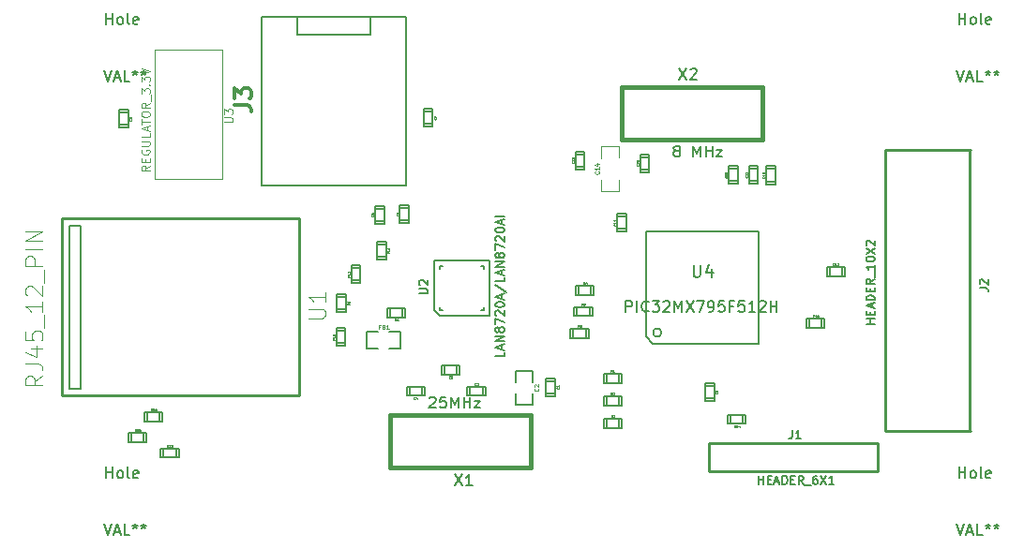
<source format=gto>
G04 (created by PCBNEW (2013-08-24 BZR 4298)-stable) date Sun 10 Nov 2013 04:28:44 PM PST*
%MOIN*%
G04 Gerber Fmt 3.4, Leading zero omitted, Abs format*
%FSLAX34Y34*%
G01*
G70*
G90*
G04 APERTURE LIST*
%ADD10C,0.005906*%
%ADD11C,0.005000*%
%ADD12C,0.010000*%
%ADD13C,0.007900*%
%ADD14C,0.003900*%
%ADD15C,0.008000*%
%ADD16C,0.015000*%
%ADD17C,0.005900*%
%ADD18C,0.001600*%
%ADD19C,0.007500*%
%ADD20C,0.012000*%
%ADD21C,0.003700*%
%ADD22C,0.006000*%
%ADD23C,0.007874*%
G04 APERTURE END LIST*
G54D10*
G54D11*
X15881Y-46758D02*
X15881Y-46438D01*
X15441Y-46448D02*
X15441Y-46758D01*
X15341Y-46438D02*
X15981Y-46438D01*
X15981Y-46438D02*
X15981Y-46758D01*
X15981Y-46758D02*
X15341Y-46758D01*
X15341Y-46758D02*
X15341Y-46438D01*
X15314Y-47494D02*
X15314Y-47174D01*
X14874Y-47184D02*
X14874Y-47494D01*
X14774Y-47174D02*
X15414Y-47174D01*
X15414Y-47174D02*
X15414Y-47494D01*
X15414Y-47494D02*
X14774Y-47494D01*
X14774Y-47494D02*
X14774Y-47174D01*
X36181Y-46532D02*
X36181Y-46852D01*
X36621Y-46842D02*
X36621Y-46532D01*
X36721Y-46852D02*
X36081Y-46852D01*
X36081Y-46852D02*
X36081Y-46532D01*
X36081Y-46532D02*
X36721Y-46532D01*
X36721Y-46532D02*
X36721Y-46852D01*
X16460Y-48049D02*
X16460Y-47729D01*
X16020Y-47739D02*
X16020Y-48049D01*
X15920Y-47729D02*
X16560Y-47729D01*
X16560Y-47729D02*
X16560Y-48049D01*
X16560Y-48049D02*
X15920Y-48049D01*
X15920Y-48049D02*
X15920Y-47729D01*
X23022Y-41311D02*
X22702Y-41311D01*
X22712Y-41751D02*
X23022Y-41751D01*
X22702Y-41851D02*
X22702Y-41211D01*
X22702Y-41211D02*
X23022Y-41211D01*
X23022Y-41211D02*
X23022Y-41851D01*
X23022Y-41851D02*
X22702Y-41851D01*
X23611Y-40908D02*
X23931Y-40908D01*
X23921Y-40468D02*
X23611Y-40468D01*
X23931Y-40368D02*
X23931Y-41008D01*
X23931Y-41008D02*
X23611Y-41008D01*
X23611Y-41008D02*
X23611Y-40368D01*
X23611Y-40368D02*
X23931Y-40368D01*
X22490Y-43543D02*
X22170Y-43543D01*
X22180Y-43983D02*
X22490Y-43983D01*
X22170Y-44083D02*
X22170Y-43443D01*
X22170Y-43443D02*
X22490Y-43443D01*
X22490Y-43443D02*
X22490Y-44083D01*
X22490Y-44083D02*
X22170Y-44083D01*
X22190Y-42771D02*
X22510Y-42771D01*
X22500Y-42331D02*
X22190Y-42331D01*
X22510Y-42231D02*
X22510Y-42871D01*
X22510Y-42871D02*
X22190Y-42871D01*
X22190Y-42871D02*
X22190Y-42231D01*
X22190Y-42231D02*
X22510Y-42231D01*
X31031Y-43793D02*
X31031Y-43473D01*
X30591Y-43483D02*
X30591Y-43793D01*
X30491Y-43473D02*
X31131Y-43473D01*
X31131Y-43473D02*
X31131Y-43793D01*
X31131Y-43793D02*
X30491Y-43793D01*
X30491Y-43793D02*
X30491Y-43473D01*
X31164Y-43014D02*
X31164Y-42694D01*
X30724Y-42704D02*
X30724Y-43014D01*
X30624Y-42694D02*
X31264Y-42694D01*
X31264Y-42694D02*
X31264Y-43014D01*
X31264Y-43014D02*
X30624Y-43014D01*
X30624Y-43014D02*
X30624Y-42694D01*
X31223Y-42266D02*
X31223Y-41946D01*
X30783Y-41956D02*
X30783Y-42266D01*
X30683Y-41946D02*
X31323Y-41946D01*
X31323Y-41946D02*
X31323Y-42266D01*
X31323Y-42266D02*
X30683Y-42266D01*
X30683Y-42266D02*
X30683Y-41946D01*
X26000Y-44780D02*
X26000Y-45100D01*
X26440Y-45090D02*
X26440Y-44780D01*
X26540Y-45100D02*
X25900Y-45100D01*
X25900Y-45100D02*
X25900Y-44780D01*
X25900Y-44780D02*
X26540Y-44780D01*
X26540Y-44780D02*
X26540Y-45100D01*
X32216Y-46990D02*
X32216Y-46670D01*
X31776Y-46680D02*
X31776Y-46990D01*
X31676Y-46670D02*
X32316Y-46670D01*
X32316Y-46670D02*
X32316Y-46990D01*
X32316Y-46990D02*
X31676Y-46990D01*
X31676Y-46990D02*
X31676Y-46670D01*
X32200Y-46195D02*
X32200Y-45875D01*
X31760Y-45885D02*
X31760Y-46195D01*
X31660Y-45875D02*
X32300Y-45875D01*
X32300Y-45875D02*
X32300Y-46195D01*
X32300Y-46195D02*
X31660Y-46195D01*
X31660Y-46195D02*
X31660Y-45875D01*
X32204Y-45392D02*
X32204Y-45072D01*
X31764Y-45082D02*
X31764Y-45392D01*
X31664Y-45072D02*
X32304Y-45072D01*
X32304Y-45072D02*
X32304Y-45392D01*
X32304Y-45392D02*
X31664Y-45392D01*
X31664Y-45392D02*
X31664Y-45072D01*
G54D12*
X41401Y-47531D02*
X35401Y-47531D01*
X41401Y-47531D02*
X41401Y-48531D01*
X41407Y-48537D02*
X35395Y-48537D01*
X35395Y-48537D02*
X35395Y-47529D01*
G54D11*
X37148Y-37768D02*
X36828Y-37768D01*
X36838Y-38208D02*
X37148Y-38208D01*
X36828Y-38308D02*
X36828Y-37668D01*
X36828Y-37668D02*
X37148Y-37668D01*
X37148Y-37668D02*
X37148Y-38308D01*
X37148Y-38308D02*
X36828Y-38308D01*
X36439Y-37772D02*
X36119Y-37772D01*
X36129Y-38212D02*
X36439Y-38212D01*
X36119Y-38312D02*
X36119Y-37672D01*
X36119Y-37672D02*
X36439Y-37672D01*
X36439Y-37672D02*
X36439Y-38312D01*
X36439Y-38312D02*
X36119Y-38312D01*
X33289Y-37358D02*
X32969Y-37358D01*
X32979Y-37798D02*
X33289Y-37798D01*
X32969Y-37898D02*
X32969Y-37258D01*
X32969Y-37258D02*
X33289Y-37258D01*
X33289Y-37258D02*
X33289Y-37898D01*
X33289Y-37898D02*
X32969Y-37898D01*
X37770Y-37783D02*
X37450Y-37783D01*
X37460Y-38223D02*
X37770Y-38223D01*
X37450Y-38323D02*
X37450Y-37683D01*
X37450Y-37683D02*
X37770Y-37683D01*
X37770Y-37683D02*
X37770Y-38323D01*
X37770Y-38323D02*
X37450Y-38323D01*
X30986Y-37260D02*
X30666Y-37260D01*
X30676Y-37700D02*
X30986Y-37700D01*
X30666Y-37800D02*
X30666Y-37160D01*
X30666Y-37160D02*
X30986Y-37160D01*
X30986Y-37160D02*
X30986Y-37800D01*
X30986Y-37800D02*
X30666Y-37800D01*
X40133Y-41593D02*
X40133Y-41273D01*
X39693Y-41283D02*
X39693Y-41593D01*
X39593Y-41273D02*
X40233Y-41273D01*
X40233Y-41273D02*
X40233Y-41593D01*
X40233Y-41593D02*
X39593Y-41593D01*
X39593Y-41593D02*
X39593Y-41273D01*
X32478Y-39476D02*
X32158Y-39476D01*
X32168Y-39916D02*
X32478Y-39916D01*
X32158Y-40016D02*
X32158Y-39376D01*
X32158Y-39376D02*
X32478Y-39376D01*
X32478Y-39376D02*
X32478Y-40016D01*
X32478Y-40016D02*
X32158Y-40016D01*
X39416Y-43439D02*
X39416Y-43119D01*
X38976Y-43129D02*
X38976Y-43439D01*
X38876Y-43119D02*
X39516Y-43119D01*
X39516Y-43119D02*
X39516Y-43439D01*
X39516Y-43439D02*
X38876Y-43439D01*
X38876Y-43439D02*
X38876Y-43119D01*
X14440Y-36220D02*
X14760Y-36220D01*
X14750Y-35780D02*
X14440Y-35780D01*
X14760Y-35680D02*
X14760Y-36320D01*
X14760Y-36320D02*
X14440Y-36320D01*
X14440Y-36320D02*
X14440Y-35680D01*
X14440Y-35680D02*
X14760Y-35680D01*
X35273Y-45940D02*
X35593Y-45940D01*
X35583Y-45500D02*
X35273Y-45500D01*
X35593Y-45400D02*
X35593Y-46040D01*
X35593Y-46040D02*
X35273Y-46040D01*
X35273Y-46040D02*
X35273Y-45400D01*
X35273Y-45400D02*
X35593Y-45400D01*
X25261Y-36180D02*
X25581Y-36180D01*
X25571Y-35740D02*
X25261Y-35740D01*
X25581Y-35640D02*
X25581Y-36280D01*
X25581Y-36280D02*
X25261Y-36280D01*
X25261Y-36280D02*
X25261Y-35640D01*
X25261Y-35640D02*
X25581Y-35640D01*
X23860Y-39189D02*
X23540Y-39189D01*
X23550Y-39629D02*
X23860Y-39629D01*
X23540Y-39729D02*
X23540Y-39089D01*
X23540Y-39089D02*
X23860Y-39089D01*
X23860Y-39089D02*
X23860Y-39729D01*
X23860Y-39729D02*
X23540Y-39729D01*
X24746Y-39169D02*
X24426Y-39169D01*
X24436Y-39609D02*
X24746Y-39609D01*
X24426Y-39709D02*
X24426Y-39069D01*
X24426Y-39069D02*
X24746Y-39069D01*
X24746Y-39069D02*
X24746Y-39709D01*
X24746Y-39709D02*
X24426Y-39709D01*
X24760Y-45528D02*
X24760Y-45848D01*
X25200Y-45838D02*
X25200Y-45528D01*
X25300Y-45848D02*
X24660Y-45848D01*
X24660Y-45848D02*
X24660Y-45528D01*
X24660Y-45528D02*
X25300Y-45528D01*
X25300Y-45528D02*
X25300Y-45848D01*
X27365Y-45841D02*
X27365Y-45521D01*
X26925Y-45531D02*
X26925Y-45841D01*
X26825Y-45521D02*
X27465Y-45521D01*
X27465Y-45521D02*
X27465Y-45841D01*
X27465Y-45841D02*
X26825Y-45841D01*
X26825Y-45841D02*
X26825Y-45521D01*
X29623Y-45767D02*
X29943Y-45767D01*
X29933Y-45327D02*
X29623Y-45327D01*
X29943Y-45227D02*
X29943Y-45867D01*
X29943Y-45867D02*
X29623Y-45867D01*
X29623Y-45867D02*
X29623Y-45227D01*
X29623Y-45227D02*
X29943Y-45227D01*
X20787Y-32381D02*
X20787Y-32992D01*
X20787Y-32992D02*
X23385Y-32992D01*
X23385Y-32992D02*
X23385Y-32391D01*
G54D13*
X19526Y-38366D02*
X19526Y-32382D01*
X19526Y-32382D02*
X24646Y-32382D01*
X24646Y-32382D02*
X24646Y-38366D01*
X24646Y-38366D02*
X19526Y-38366D01*
G54D14*
X18097Y-33538D02*
X18097Y-38138D01*
X18097Y-38138D02*
X15697Y-38138D01*
X15697Y-38138D02*
X15697Y-33538D01*
X15697Y-33538D02*
X18097Y-33538D01*
G54D11*
X28530Y-45355D02*
X28530Y-44955D01*
X28530Y-44955D02*
X29130Y-44955D01*
X29130Y-44955D02*
X29130Y-45355D01*
X29130Y-45755D02*
X29130Y-46155D01*
X29130Y-46155D02*
X28530Y-46155D01*
X28530Y-46155D02*
X28530Y-45755D01*
X23638Y-44170D02*
X23238Y-44170D01*
X23238Y-44170D02*
X23238Y-43570D01*
X23238Y-43570D02*
X23638Y-43570D01*
X24038Y-43570D02*
X24438Y-43570D01*
X24438Y-43570D02*
X24438Y-44170D01*
X24438Y-44170D02*
X24038Y-44170D01*
G54D15*
X33723Y-43603D02*
G75*
G03X33723Y-43603I-150J0D01*
G74*
G01*
X37173Y-40003D02*
X33173Y-40003D01*
X33173Y-40003D02*
X33173Y-43753D01*
X33173Y-43753D02*
X33423Y-44003D01*
X33423Y-44003D02*
X37173Y-44003D01*
X37173Y-44003D02*
X37173Y-40003D01*
G54D14*
X32203Y-38169D02*
X32203Y-38569D01*
X32189Y-38571D02*
X31589Y-38571D01*
X31565Y-38571D02*
X31565Y-38171D01*
X31563Y-37387D02*
X31563Y-36987D01*
X31589Y-36981D02*
X32189Y-36981D01*
X32211Y-36983D02*
X32211Y-37383D01*
G54D12*
X41714Y-37106D02*
X44714Y-37106D01*
X41685Y-37106D02*
X41685Y-47106D01*
X44685Y-37106D02*
X44685Y-47106D01*
X44714Y-47106D02*
X41714Y-47106D01*
G54D11*
X24083Y-42737D02*
X24083Y-43057D01*
X24523Y-43047D02*
X24523Y-42737D01*
X24623Y-43057D02*
X23983Y-43057D01*
X23983Y-43057D02*
X23983Y-42737D01*
X23983Y-42737D02*
X24623Y-42737D01*
X24623Y-42737D02*
X24623Y-43057D01*
G54D16*
X37303Y-34881D02*
X37303Y-36732D01*
X32303Y-34881D02*
X32303Y-36732D01*
X32303Y-36732D02*
X37303Y-36732D01*
X32303Y-34881D02*
X37303Y-34881D01*
X24074Y-48401D02*
X24074Y-46551D01*
X29074Y-48401D02*
X29074Y-46551D01*
X29074Y-46551D02*
X24074Y-46551D01*
X29074Y-48401D02*
X24074Y-48401D01*
G54D10*
X13082Y-39787D02*
X12688Y-39787D01*
X12688Y-39787D02*
X12688Y-45614D01*
X12688Y-45614D02*
X13082Y-45614D01*
X13082Y-45614D02*
X13082Y-39787D01*
G54D12*
X20838Y-39551D02*
X20838Y-45850D01*
X20838Y-45850D02*
X12413Y-45850D01*
X12413Y-45850D02*
X12413Y-39551D01*
X12413Y-39551D02*
X20838Y-39551D01*
G54D17*
X25638Y-42803D02*
X25638Y-41039D01*
X25834Y-42999D02*
X27598Y-42999D01*
X25834Y-42999D02*
X25638Y-42803D01*
G54D13*
X25932Y-42803D02*
X25834Y-42803D01*
X25834Y-42803D02*
X25834Y-42705D01*
X27402Y-42705D02*
X27402Y-42803D01*
X27402Y-42803D02*
X27304Y-42803D01*
X27304Y-41235D02*
X27402Y-41235D01*
X27402Y-41235D02*
X27402Y-41333D01*
X25834Y-41333D02*
X25834Y-41235D01*
X25834Y-41235D02*
X25932Y-41235D01*
G54D17*
X27598Y-41039D02*
X27598Y-42999D01*
X25638Y-41039D02*
X27598Y-41039D01*
G54D18*
X15610Y-46384D02*
X15584Y-46346D01*
X15565Y-46384D02*
X15565Y-46305D01*
X15595Y-46305D01*
X15603Y-46308D01*
X15606Y-46312D01*
X15610Y-46320D01*
X15610Y-46331D01*
X15606Y-46339D01*
X15603Y-46342D01*
X15595Y-46346D01*
X15565Y-46346D01*
X15685Y-46384D02*
X15640Y-46384D01*
X15663Y-46384D02*
X15663Y-46305D01*
X15655Y-46316D01*
X15648Y-46323D01*
X15640Y-46327D01*
X15753Y-46305D02*
X15738Y-46305D01*
X15731Y-46308D01*
X15727Y-46312D01*
X15719Y-46323D01*
X15715Y-46339D01*
X15715Y-46369D01*
X15719Y-46376D01*
X15723Y-46380D01*
X15731Y-46384D01*
X15746Y-46384D01*
X15753Y-46380D01*
X15757Y-46376D01*
X15761Y-46369D01*
X15761Y-46350D01*
X15757Y-46342D01*
X15753Y-46339D01*
X15746Y-46335D01*
X15731Y-46335D01*
X15723Y-46339D01*
X15719Y-46342D01*
X15715Y-46350D01*
X15043Y-47120D02*
X15017Y-47082D01*
X14998Y-47120D02*
X14998Y-47041D01*
X15028Y-47041D01*
X15036Y-47045D01*
X15039Y-47048D01*
X15043Y-47056D01*
X15043Y-47067D01*
X15039Y-47075D01*
X15036Y-47079D01*
X15028Y-47082D01*
X14998Y-47082D01*
X15118Y-47120D02*
X15073Y-47120D01*
X15096Y-47120D02*
X15096Y-47041D01*
X15088Y-47052D01*
X15081Y-47060D01*
X15073Y-47063D01*
X15190Y-47041D02*
X15152Y-47041D01*
X15149Y-47079D01*
X15152Y-47075D01*
X15160Y-47071D01*
X15179Y-47071D01*
X15186Y-47075D01*
X15190Y-47079D01*
X15194Y-47086D01*
X15194Y-47105D01*
X15190Y-47112D01*
X15186Y-47116D01*
X15179Y-47120D01*
X15160Y-47120D01*
X15152Y-47116D01*
X15149Y-47112D01*
X36350Y-46978D02*
X36324Y-46941D01*
X36305Y-46978D02*
X36305Y-46899D01*
X36335Y-46899D01*
X36343Y-46903D01*
X36347Y-46907D01*
X36350Y-46914D01*
X36350Y-46925D01*
X36347Y-46933D01*
X36343Y-46937D01*
X36335Y-46941D01*
X36305Y-46941D01*
X36426Y-46978D02*
X36380Y-46978D01*
X36403Y-46978D02*
X36403Y-46899D01*
X36395Y-46910D01*
X36388Y-46918D01*
X36380Y-46922D01*
X36493Y-46925D02*
X36493Y-46978D01*
X36474Y-46895D02*
X36456Y-46952D01*
X36505Y-46952D01*
X16189Y-47675D02*
X16163Y-47637D01*
X16144Y-47675D02*
X16144Y-47596D01*
X16174Y-47596D01*
X16181Y-47600D01*
X16185Y-47604D01*
X16189Y-47611D01*
X16189Y-47622D01*
X16185Y-47630D01*
X16181Y-47634D01*
X16174Y-47637D01*
X16144Y-47637D01*
X16264Y-47675D02*
X16219Y-47675D01*
X16242Y-47675D02*
X16242Y-47596D01*
X16234Y-47607D01*
X16226Y-47615D01*
X16219Y-47619D01*
X16290Y-47596D02*
X16339Y-47596D01*
X16313Y-47626D01*
X16324Y-47626D01*
X16332Y-47630D01*
X16336Y-47634D01*
X16339Y-47641D01*
X16339Y-47660D01*
X16336Y-47667D01*
X16332Y-47671D01*
X16324Y-47675D01*
X16302Y-47675D01*
X16294Y-47671D01*
X16290Y-47667D01*
X22647Y-41582D02*
X22610Y-41608D01*
X22647Y-41627D02*
X22568Y-41627D01*
X22568Y-41597D01*
X22572Y-41589D01*
X22576Y-41586D01*
X22583Y-41582D01*
X22595Y-41582D01*
X22602Y-41586D01*
X22606Y-41589D01*
X22610Y-41597D01*
X22610Y-41627D01*
X22647Y-41507D02*
X22647Y-41552D01*
X22647Y-41529D02*
X22568Y-41529D01*
X22580Y-41537D01*
X22587Y-41544D01*
X22591Y-41552D01*
X22576Y-41476D02*
X22572Y-41473D01*
X22568Y-41465D01*
X22568Y-41446D01*
X22572Y-41439D01*
X22576Y-41435D01*
X22583Y-41431D01*
X22591Y-41431D01*
X22602Y-41435D01*
X22647Y-41480D01*
X22647Y-41431D01*
X24057Y-40739D02*
X24019Y-40766D01*
X24057Y-40784D02*
X23978Y-40784D01*
X23978Y-40754D01*
X23982Y-40747D01*
X23985Y-40743D01*
X23993Y-40739D01*
X24004Y-40739D01*
X24012Y-40743D01*
X24016Y-40747D01*
X24019Y-40754D01*
X24019Y-40784D01*
X24057Y-40664D02*
X24057Y-40709D01*
X24057Y-40687D02*
X23978Y-40687D01*
X23989Y-40694D01*
X23997Y-40702D01*
X24000Y-40709D01*
X24057Y-40589D02*
X24057Y-40634D01*
X24057Y-40611D02*
X23978Y-40611D01*
X23989Y-40619D01*
X23997Y-40626D01*
X24000Y-40634D01*
X22116Y-43814D02*
X22078Y-43840D01*
X22116Y-43859D02*
X22037Y-43859D01*
X22037Y-43829D01*
X22041Y-43822D01*
X22044Y-43818D01*
X22052Y-43814D01*
X22063Y-43814D01*
X22071Y-43818D01*
X22075Y-43822D01*
X22078Y-43829D01*
X22078Y-43859D01*
X22116Y-43739D02*
X22116Y-43784D01*
X22116Y-43761D02*
X22037Y-43761D01*
X22048Y-43769D01*
X22056Y-43776D01*
X22060Y-43784D01*
X22037Y-43690D02*
X22037Y-43682D01*
X22041Y-43675D01*
X22044Y-43671D01*
X22052Y-43667D01*
X22067Y-43664D01*
X22086Y-43664D01*
X22101Y-43667D01*
X22108Y-43671D01*
X22112Y-43675D01*
X22116Y-43682D01*
X22116Y-43690D01*
X22112Y-43697D01*
X22108Y-43701D01*
X22101Y-43705D01*
X22086Y-43709D01*
X22067Y-43709D01*
X22052Y-43705D01*
X22044Y-43701D01*
X22041Y-43697D01*
X22037Y-43690D01*
X22636Y-42564D02*
X22598Y-42590D01*
X22636Y-42609D02*
X22557Y-42609D01*
X22557Y-42579D01*
X22560Y-42571D01*
X22564Y-42568D01*
X22572Y-42564D01*
X22583Y-42564D01*
X22590Y-42568D01*
X22594Y-42571D01*
X22598Y-42579D01*
X22598Y-42609D01*
X22636Y-42526D02*
X22636Y-42511D01*
X22632Y-42504D01*
X22628Y-42500D01*
X22617Y-42492D01*
X22602Y-42489D01*
X22572Y-42489D01*
X22564Y-42492D01*
X22560Y-42496D01*
X22557Y-42504D01*
X22557Y-42519D01*
X22560Y-42526D01*
X22564Y-42530D01*
X22572Y-42534D01*
X22590Y-42534D01*
X22598Y-42530D01*
X22602Y-42526D01*
X22606Y-42519D01*
X22606Y-42504D01*
X22602Y-42496D01*
X22598Y-42492D01*
X22590Y-42489D01*
X30797Y-43419D02*
X30771Y-43381D01*
X30752Y-43419D02*
X30752Y-43340D01*
X30782Y-43340D01*
X30790Y-43344D01*
X30794Y-43348D01*
X30797Y-43355D01*
X30797Y-43366D01*
X30794Y-43374D01*
X30790Y-43378D01*
X30782Y-43381D01*
X30752Y-43381D01*
X30843Y-43374D02*
X30835Y-43370D01*
X30831Y-43366D01*
X30827Y-43359D01*
X30827Y-43355D01*
X30831Y-43348D01*
X30835Y-43344D01*
X30843Y-43340D01*
X30858Y-43340D01*
X30865Y-43344D01*
X30869Y-43348D01*
X30873Y-43355D01*
X30873Y-43359D01*
X30869Y-43366D01*
X30865Y-43370D01*
X30858Y-43374D01*
X30843Y-43374D01*
X30835Y-43378D01*
X30831Y-43381D01*
X30827Y-43389D01*
X30827Y-43404D01*
X30831Y-43412D01*
X30835Y-43415D01*
X30843Y-43419D01*
X30858Y-43419D01*
X30865Y-43415D01*
X30869Y-43412D01*
X30873Y-43404D01*
X30873Y-43389D01*
X30869Y-43381D01*
X30865Y-43378D01*
X30858Y-43374D01*
X30931Y-42640D02*
X30905Y-42602D01*
X30886Y-42640D02*
X30886Y-42561D01*
X30916Y-42561D01*
X30924Y-42564D01*
X30927Y-42568D01*
X30931Y-42576D01*
X30931Y-42587D01*
X30927Y-42594D01*
X30924Y-42598D01*
X30916Y-42602D01*
X30886Y-42602D01*
X30958Y-42561D02*
X31010Y-42561D01*
X30976Y-42640D01*
X30990Y-41892D02*
X30964Y-41854D01*
X30945Y-41892D02*
X30945Y-41813D01*
X30975Y-41813D01*
X30983Y-41816D01*
X30987Y-41820D01*
X30990Y-41828D01*
X30990Y-41839D01*
X30987Y-41846D01*
X30983Y-41850D01*
X30975Y-41854D01*
X30945Y-41854D01*
X31058Y-41813D02*
X31043Y-41813D01*
X31035Y-41816D01*
X31032Y-41820D01*
X31024Y-41831D01*
X31020Y-41846D01*
X31020Y-41876D01*
X31024Y-41884D01*
X31028Y-41888D01*
X31035Y-41892D01*
X31050Y-41892D01*
X31058Y-41888D01*
X31062Y-41884D01*
X31066Y-41876D01*
X31066Y-41858D01*
X31062Y-41850D01*
X31058Y-41846D01*
X31050Y-41843D01*
X31035Y-41843D01*
X31028Y-41846D01*
X31024Y-41850D01*
X31020Y-41858D01*
X26207Y-45226D02*
X26180Y-45189D01*
X26162Y-45226D02*
X26162Y-45147D01*
X26192Y-45147D01*
X26199Y-45151D01*
X26203Y-45155D01*
X26207Y-45162D01*
X26207Y-45174D01*
X26203Y-45181D01*
X26199Y-45185D01*
X26192Y-45189D01*
X26162Y-45189D01*
X26278Y-45147D02*
X26241Y-45147D01*
X26237Y-45185D01*
X26241Y-45181D01*
X26248Y-45177D01*
X26267Y-45177D01*
X26275Y-45181D01*
X26278Y-45185D01*
X26282Y-45192D01*
X26282Y-45211D01*
X26278Y-45219D01*
X26275Y-45222D01*
X26267Y-45226D01*
X26248Y-45226D01*
X26241Y-45222D01*
X26237Y-45219D01*
X31982Y-46616D02*
X31956Y-46578D01*
X31937Y-46616D02*
X31937Y-46537D01*
X31967Y-46537D01*
X31975Y-46541D01*
X31979Y-46544D01*
X31982Y-46552D01*
X31982Y-46563D01*
X31979Y-46571D01*
X31975Y-46575D01*
X31967Y-46578D01*
X31937Y-46578D01*
X32009Y-46537D02*
X32058Y-46537D01*
X32031Y-46567D01*
X32043Y-46567D01*
X32050Y-46571D01*
X32054Y-46575D01*
X32058Y-46582D01*
X32058Y-46601D01*
X32054Y-46608D01*
X32050Y-46612D01*
X32043Y-46616D01*
X32020Y-46616D01*
X32012Y-46612D01*
X32009Y-46608D01*
X31967Y-45821D02*
X31940Y-45783D01*
X31922Y-45821D02*
X31922Y-45742D01*
X31952Y-45742D01*
X31959Y-45745D01*
X31963Y-45749D01*
X31967Y-45757D01*
X31967Y-45768D01*
X31963Y-45776D01*
X31959Y-45779D01*
X31952Y-45783D01*
X31922Y-45783D01*
X31997Y-45749D02*
X32001Y-45745D01*
X32008Y-45742D01*
X32027Y-45742D01*
X32034Y-45745D01*
X32038Y-45749D01*
X32042Y-45757D01*
X32042Y-45764D01*
X32038Y-45776D01*
X31993Y-45821D01*
X32042Y-45821D01*
X31971Y-45018D02*
X31944Y-44980D01*
X31925Y-45018D02*
X31925Y-44939D01*
X31956Y-44939D01*
X31963Y-44942D01*
X31967Y-44946D01*
X31971Y-44954D01*
X31971Y-44965D01*
X31967Y-44972D01*
X31963Y-44976D01*
X31956Y-44980D01*
X31925Y-44980D01*
X32046Y-45018D02*
X32001Y-45018D01*
X32023Y-45018D02*
X32023Y-44939D01*
X32016Y-44950D01*
X32008Y-44957D01*
X32001Y-44961D01*
G54D19*
X38371Y-47085D02*
X38371Y-47299D01*
X38357Y-47342D01*
X38328Y-47370D01*
X38285Y-47385D01*
X38257Y-47385D01*
X38671Y-47385D02*
X38500Y-47385D01*
X38585Y-47385D02*
X38585Y-47085D01*
X38557Y-47128D01*
X38528Y-47156D01*
X38500Y-47170D01*
X37179Y-48999D02*
X37179Y-48699D01*
X37179Y-48842D02*
X37350Y-48842D01*
X37350Y-48999D02*
X37350Y-48699D01*
X37493Y-48842D02*
X37593Y-48842D01*
X37636Y-48999D02*
X37493Y-48999D01*
X37493Y-48699D01*
X37636Y-48699D01*
X37750Y-48913D02*
X37893Y-48913D01*
X37721Y-48999D02*
X37821Y-48699D01*
X37921Y-48999D01*
X38021Y-48999D02*
X38021Y-48699D01*
X38093Y-48699D01*
X38136Y-48713D01*
X38164Y-48742D01*
X38179Y-48770D01*
X38193Y-48827D01*
X38193Y-48870D01*
X38179Y-48927D01*
X38164Y-48956D01*
X38136Y-48984D01*
X38093Y-48999D01*
X38021Y-48999D01*
X38321Y-48842D02*
X38421Y-48842D01*
X38464Y-48999D02*
X38321Y-48999D01*
X38321Y-48699D01*
X38464Y-48699D01*
X38764Y-48999D02*
X38664Y-48856D01*
X38593Y-48999D02*
X38593Y-48699D01*
X38707Y-48699D01*
X38736Y-48713D01*
X38750Y-48727D01*
X38764Y-48756D01*
X38764Y-48799D01*
X38750Y-48827D01*
X38736Y-48842D01*
X38707Y-48856D01*
X38593Y-48856D01*
X38821Y-49027D02*
X39050Y-49027D01*
X39250Y-48699D02*
X39193Y-48699D01*
X39164Y-48713D01*
X39150Y-48727D01*
X39121Y-48770D01*
X39107Y-48827D01*
X39107Y-48942D01*
X39121Y-48970D01*
X39136Y-48984D01*
X39164Y-48999D01*
X39221Y-48999D01*
X39250Y-48984D01*
X39264Y-48970D01*
X39279Y-48942D01*
X39279Y-48870D01*
X39264Y-48842D01*
X39250Y-48827D01*
X39221Y-48813D01*
X39164Y-48813D01*
X39136Y-48827D01*
X39121Y-48842D01*
X39107Y-48870D01*
X39379Y-48699D02*
X39579Y-48999D01*
X39579Y-48699D02*
X39379Y-48999D01*
X39850Y-48999D02*
X39679Y-48999D01*
X39764Y-48999D02*
X39764Y-48699D01*
X39736Y-48742D01*
X39707Y-48770D01*
X39679Y-48784D01*
G54D18*
X36766Y-38038D02*
X36770Y-38042D01*
X36773Y-38054D01*
X36773Y-38061D01*
X36770Y-38072D01*
X36762Y-38080D01*
X36755Y-38084D01*
X36740Y-38087D01*
X36728Y-38087D01*
X36713Y-38084D01*
X36706Y-38080D01*
X36698Y-38072D01*
X36694Y-38061D01*
X36694Y-38054D01*
X36698Y-38042D01*
X36702Y-38038D01*
X36702Y-38008D02*
X36698Y-38005D01*
X36694Y-37997D01*
X36694Y-37978D01*
X36698Y-37971D01*
X36702Y-37967D01*
X36709Y-37963D01*
X36717Y-37963D01*
X36728Y-37967D01*
X36773Y-38012D01*
X36773Y-37963D01*
X36773Y-37888D02*
X36773Y-37933D01*
X36773Y-37911D02*
X36694Y-37911D01*
X36706Y-37918D01*
X36713Y-37926D01*
X36717Y-37933D01*
X36057Y-38042D02*
X36061Y-38046D01*
X36065Y-38057D01*
X36065Y-38065D01*
X36061Y-38076D01*
X36053Y-38084D01*
X36046Y-38088D01*
X36031Y-38091D01*
X36020Y-38091D01*
X36005Y-38088D01*
X35997Y-38084D01*
X35990Y-38076D01*
X35986Y-38065D01*
X35986Y-38057D01*
X35990Y-38046D01*
X35993Y-38042D01*
X35993Y-38012D02*
X35990Y-38009D01*
X35986Y-38001D01*
X35986Y-37982D01*
X35990Y-37975D01*
X35993Y-37971D01*
X36001Y-37967D01*
X36008Y-37967D01*
X36020Y-37971D01*
X36065Y-38016D01*
X36065Y-37967D01*
X35986Y-37918D02*
X35986Y-37911D01*
X35990Y-37903D01*
X35993Y-37899D01*
X36001Y-37896D01*
X36016Y-37892D01*
X36035Y-37892D01*
X36050Y-37896D01*
X36057Y-37899D01*
X36061Y-37903D01*
X36065Y-37911D01*
X36065Y-37918D01*
X36061Y-37926D01*
X36057Y-37930D01*
X36050Y-37933D01*
X36035Y-37937D01*
X36016Y-37937D01*
X36001Y-37933D01*
X35993Y-37930D01*
X35990Y-37926D01*
X35986Y-37918D01*
X32908Y-37629D02*
X32911Y-37633D01*
X32915Y-37644D01*
X32915Y-37652D01*
X32911Y-37663D01*
X32904Y-37670D01*
X32896Y-37674D01*
X32881Y-37678D01*
X32870Y-37678D01*
X32855Y-37674D01*
X32847Y-37670D01*
X32840Y-37663D01*
X32836Y-37652D01*
X32836Y-37644D01*
X32840Y-37633D01*
X32844Y-37629D01*
X32915Y-37554D02*
X32915Y-37599D01*
X32915Y-37576D02*
X32836Y-37576D01*
X32847Y-37584D01*
X32855Y-37591D01*
X32859Y-37599D01*
X32915Y-37516D02*
X32915Y-37501D01*
X32911Y-37494D01*
X32908Y-37490D01*
X32896Y-37482D01*
X32881Y-37479D01*
X32851Y-37479D01*
X32844Y-37482D01*
X32840Y-37486D01*
X32836Y-37494D01*
X32836Y-37509D01*
X32840Y-37516D01*
X32844Y-37520D01*
X32851Y-37524D01*
X32870Y-37524D01*
X32878Y-37520D01*
X32881Y-37516D01*
X32885Y-37509D01*
X32885Y-37494D01*
X32881Y-37486D01*
X32878Y-37482D01*
X32870Y-37479D01*
X37388Y-38054D02*
X37392Y-38058D01*
X37395Y-38069D01*
X37395Y-38077D01*
X37392Y-38088D01*
X37384Y-38096D01*
X37377Y-38099D01*
X37362Y-38103D01*
X37350Y-38103D01*
X37335Y-38099D01*
X37328Y-38096D01*
X37320Y-38088D01*
X37316Y-38077D01*
X37316Y-38069D01*
X37320Y-38058D01*
X37324Y-38054D01*
X37395Y-37979D02*
X37395Y-38024D01*
X37395Y-38002D02*
X37316Y-38002D01*
X37328Y-38009D01*
X37335Y-38017D01*
X37339Y-38024D01*
X37350Y-37934D02*
X37347Y-37941D01*
X37343Y-37945D01*
X37335Y-37949D01*
X37332Y-37949D01*
X37324Y-37945D01*
X37320Y-37941D01*
X37316Y-37934D01*
X37316Y-37919D01*
X37320Y-37911D01*
X37324Y-37908D01*
X37332Y-37904D01*
X37335Y-37904D01*
X37343Y-37908D01*
X37347Y-37911D01*
X37350Y-37919D01*
X37350Y-37934D01*
X37354Y-37941D01*
X37358Y-37945D01*
X37365Y-37949D01*
X37380Y-37949D01*
X37388Y-37945D01*
X37392Y-37941D01*
X37395Y-37934D01*
X37395Y-37919D01*
X37392Y-37911D01*
X37388Y-37908D01*
X37380Y-37904D01*
X37365Y-37904D01*
X37358Y-37908D01*
X37354Y-37911D01*
X37350Y-37919D01*
X30604Y-37531D02*
X30608Y-37534D01*
X30612Y-37546D01*
X30612Y-37553D01*
X30608Y-37564D01*
X30601Y-37572D01*
X30593Y-37576D01*
X30578Y-37580D01*
X30567Y-37580D01*
X30552Y-37576D01*
X30544Y-37572D01*
X30537Y-37564D01*
X30533Y-37553D01*
X30533Y-37546D01*
X30537Y-37534D01*
X30541Y-37531D01*
X30612Y-37455D02*
X30612Y-37501D01*
X30612Y-37478D02*
X30533Y-37478D01*
X30544Y-37485D01*
X30552Y-37493D01*
X30556Y-37501D01*
X30533Y-37429D02*
X30533Y-37380D01*
X30563Y-37406D01*
X30563Y-37395D01*
X30567Y-37388D01*
X30571Y-37384D01*
X30578Y-37380D01*
X30597Y-37380D01*
X30604Y-37384D01*
X30608Y-37388D01*
X30612Y-37395D01*
X30612Y-37418D01*
X30608Y-37425D01*
X30604Y-37429D01*
X39862Y-41211D02*
X39858Y-41215D01*
X39847Y-41218D01*
X39840Y-41218D01*
X39828Y-41215D01*
X39821Y-41207D01*
X39817Y-41199D01*
X39813Y-41184D01*
X39813Y-41173D01*
X39817Y-41158D01*
X39821Y-41151D01*
X39828Y-41143D01*
X39840Y-41139D01*
X39847Y-41139D01*
X39858Y-41143D01*
X39862Y-41147D01*
X39937Y-41218D02*
X39892Y-41218D01*
X39915Y-41218D02*
X39915Y-41139D01*
X39907Y-41151D01*
X39900Y-41158D01*
X39892Y-41162D01*
X39967Y-41147D02*
X39971Y-41143D01*
X39979Y-41139D01*
X39998Y-41139D01*
X40005Y-41143D01*
X40009Y-41147D01*
X40013Y-41154D01*
X40013Y-41162D01*
X40009Y-41173D01*
X39964Y-41218D01*
X40013Y-41218D01*
X32097Y-39747D02*
X32100Y-39751D01*
X32104Y-39762D01*
X32104Y-39770D01*
X32100Y-39781D01*
X32093Y-39789D01*
X32085Y-39792D01*
X32070Y-39796D01*
X32059Y-39796D01*
X32044Y-39792D01*
X32036Y-39789D01*
X32029Y-39781D01*
X32025Y-39770D01*
X32025Y-39762D01*
X32029Y-39751D01*
X32033Y-39747D01*
X32104Y-39672D02*
X32104Y-39717D01*
X32104Y-39694D02*
X32025Y-39694D01*
X32036Y-39702D01*
X32044Y-39710D01*
X32048Y-39717D01*
X32104Y-39597D02*
X32104Y-39642D01*
X32104Y-39619D02*
X32025Y-39619D01*
X32036Y-39627D01*
X32044Y-39634D01*
X32048Y-39642D01*
X39146Y-43057D02*
X39142Y-43061D01*
X39131Y-43065D01*
X39123Y-43065D01*
X39112Y-43061D01*
X39104Y-43053D01*
X39100Y-43046D01*
X39097Y-43031D01*
X39097Y-43020D01*
X39100Y-43005D01*
X39104Y-42997D01*
X39112Y-42990D01*
X39123Y-42986D01*
X39131Y-42986D01*
X39142Y-42990D01*
X39146Y-42993D01*
X39221Y-43065D02*
X39176Y-43065D01*
X39198Y-43065D02*
X39198Y-42986D01*
X39191Y-42997D01*
X39183Y-43005D01*
X39176Y-43008D01*
X39270Y-42986D02*
X39277Y-42986D01*
X39285Y-42990D01*
X39289Y-42993D01*
X39292Y-43001D01*
X39296Y-43016D01*
X39296Y-43035D01*
X39292Y-43050D01*
X39289Y-43057D01*
X39285Y-43061D01*
X39277Y-43065D01*
X39270Y-43065D01*
X39262Y-43061D01*
X39258Y-43057D01*
X39255Y-43050D01*
X39251Y-43035D01*
X39251Y-43016D01*
X39255Y-43001D01*
X39258Y-42993D01*
X39262Y-42990D01*
X39270Y-42986D01*
X14878Y-36013D02*
X14881Y-36016D01*
X14885Y-36028D01*
X14885Y-36035D01*
X14881Y-36047D01*
X14874Y-36054D01*
X14866Y-36058D01*
X14851Y-36062D01*
X14840Y-36062D01*
X14825Y-36058D01*
X14818Y-36054D01*
X14810Y-36047D01*
X14806Y-36035D01*
X14806Y-36028D01*
X14810Y-36016D01*
X14814Y-36013D01*
X14885Y-35975D02*
X14885Y-35960D01*
X14881Y-35952D01*
X14878Y-35949D01*
X14866Y-35941D01*
X14851Y-35937D01*
X14821Y-35937D01*
X14814Y-35941D01*
X14810Y-35945D01*
X14806Y-35952D01*
X14806Y-35968D01*
X14810Y-35975D01*
X14814Y-35979D01*
X14821Y-35983D01*
X14840Y-35983D01*
X14848Y-35979D01*
X14851Y-35975D01*
X14855Y-35968D01*
X14855Y-35952D01*
X14851Y-35945D01*
X14848Y-35941D01*
X14840Y-35937D01*
X35711Y-45733D02*
X35715Y-45737D01*
X35718Y-45748D01*
X35718Y-45756D01*
X35715Y-45767D01*
X35707Y-45775D01*
X35699Y-45778D01*
X35684Y-45782D01*
X35673Y-45782D01*
X35658Y-45778D01*
X35651Y-45775D01*
X35643Y-45767D01*
X35639Y-45756D01*
X35639Y-45748D01*
X35643Y-45737D01*
X35647Y-45733D01*
X35673Y-45688D02*
X35669Y-45696D01*
X35666Y-45699D01*
X35658Y-45703D01*
X35654Y-45703D01*
X35647Y-45699D01*
X35643Y-45696D01*
X35639Y-45688D01*
X35639Y-45673D01*
X35643Y-45665D01*
X35647Y-45662D01*
X35654Y-45658D01*
X35658Y-45658D01*
X35666Y-45662D01*
X35669Y-45665D01*
X35673Y-45673D01*
X35673Y-45688D01*
X35677Y-45696D01*
X35681Y-45699D01*
X35688Y-45703D01*
X35703Y-45703D01*
X35711Y-45699D01*
X35715Y-45696D01*
X35718Y-45688D01*
X35718Y-45673D01*
X35715Y-45665D01*
X35711Y-45662D01*
X35703Y-45658D01*
X35688Y-45658D01*
X35681Y-45662D01*
X35677Y-45665D01*
X35673Y-45673D01*
X25699Y-35973D02*
X25703Y-35977D01*
X25706Y-35988D01*
X25706Y-35996D01*
X25703Y-36007D01*
X25695Y-36015D01*
X25688Y-36018D01*
X25673Y-36022D01*
X25661Y-36022D01*
X25646Y-36018D01*
X25639Y-36015D01*
X25631Y-36007D01*
X25627Y-35996D01*
X25627Y-35988D01*
X25631Y-35977D01*
X25635Y-35973D01*
X25627Y-35947D02*
X25627Y-35894D01*
X25706Y-35928D01*
X23479Y-39422D02*
X23482Y-39426D01*
X23486Y-39437D01*
X23486Y-39445D01*
X23482Y-39456D01*
X23475Y-39463D01*
X23467Y-39467D01*
X23452Y-39471D01*
X23441Y-39471D01*
X23426Y-39467D01*
X23418Y-39463D01*
X23411Y-39456D01*
X23407Y-39445D01*
X23407Y-39437D01*
X23411Y-39426D01*
X23415Y-39422D01*
X23407Y-39354D02*
X23407Y-39369D01*
X23411Y-39377D01*
X23415Y-39381D01*
X23426Y-39388D01*
X23441Y-39392D01*
X23471Y-39392D01*
X23479Y-39388D01*
X23482Y-39384D01*
X23486Y-39377D01*
X23486Y-39362D01*
X23482Y-39354D01*
X23479Y-39351D01*
X23471Y-39347D01*
X23452Y-39347D01*
X23445Y-39351D01*
X23441Y-39354D01*
X23437Y-39362D01*
X23437Y-39377D01*
X23441Y-39384D01*
X23445Y-39388D01*
X23452Y-39392D01*
X24364Y-39402D02*
X24368Y-39406D01*
X24372Y-39417D01*
X24372Y-39425D01*
X24368Y-39436D01*
X24361Y-39444D01*
X24353Y-39448D01*
X24338Y-39451D01*
X24327Y-39451D01*
X24312Y-39448D01*
X24304Y-39444D01*
X24297Y-39436D01*
X24293Y-39425D01*
X24293Y-39417D01*
X24297Y-39406D01*
X24300Y-39402D01*
X24293Y-39331D02*
X24293Y-39369D01*
X24330Y-39372D01*
X24327Y-39369D01*
X24323Y-39361D01*
X24323Y-39342D01*
X24327Y-39335D01*
X24330Y-39331D01*
X24338Y-39327D01*
X24357Y-39327D01*
X24364Y-39331D01*
X24368Y-39335D01*
X24372Y-39342D01*
X24372Y-39361D01*
X24368Y-39369D01*
X24364Y-39372D01*
X24967Y-45967D02*
X24963Y-45970D01*
X24952Y-45974D01*
X24944Y-45974D01*
X24933Y-45970D01*
X24925Y-45963D01*
X24922Y-45955D01*
X24918Y-45940D01*
X24918Y-45929D01*
X24922Y-45914D01*
X24925Y-45907D01*
X24933Y-45899D01*
X24944Y-45895D01*
X24952Y-45895D01*
X24963Y-45899D01*
X24967Y-45903D01*
X25034Y-45922D02*
X25034Y-45974D01*
X25016Y-45891D02*
X24997Y-45948D01*
X25046Y-45948D01*
X27132Y-45459D02*
X27128Y-45463D01*
X27117Y-45466D01*
X27109Y-45466D01*
X27098Y-45463D01*
X27091Y-45455D01*
X27087Y-45448D01*
X27083Y-45432D01*
X27083Y-45421D01*
X27087Y-45406D01*
X27091Y-45399D01*
X27098Y-45391D01*
X27109Y-45387D01*
X27117Y-45387D01*
X27128Y-45391D01*
X27132Y-45395D01*
X27158Y-45387D02*
X27207Y-45387D01*
X27181Y-45417D01*
X27192Y-45417D01*
X27200Y-45421D01*
X27203Y-45425D01*
X27207Y-45432D01*
X27207Y-45451D01*
X27203Y-45459D01*
X27200Y-45463D01*
X27192Y-45466D01*
X27170Y-45466D01*
X27162Y-45463D01*
X27158Y-45459D01*
X30061Y-45560D02*
X30065Y-45564D01*
X30069Y-45575D01*
X30069Y-45582D01*
X30065Y-45594D01*
X30057Y-45601D01*
X30050Y-45605D01*
X30035Y-45609D01*
X30024Y-45609D01*
X30009Y-45605D01*
X30001Y-45601D01*
X29993Y-45594D01*
X29990Y-45582D01*
X29990Y-45575D01*
X29993Y-45564D01*
X29997Y-45560D01*
X30069Y-45485D02*
X30069Y-45530D01*
X30069Y-45507D02*
X29990Y-45507D01*
X30001Y-45515D01*
X30009Y-45522D01*
X30012Y-45530D01*
G54D20*
X18546Y-35512D02*
X18974Y-35512D01*
X19060Y-35540D01*
X19117Y-35597D01*
X19146Y-35683D01*
X19146Y-35740D01*
X18546Y-35283D02*
X18546Y-34912D01*
X18774Y-35112D01*
X18774Y-35026D01*
X18803Y-34969D01*
X18831Y-34940D01*
X18888Y-34912D01*
X19031Y-34912D01*
X19088Y-34940D01*
X19117Y-34969D01*
X19146Y-35026D01*
X19146Y-35197D01*
X19117Y-35254D01*
X19088Y-35283D01*
G54D14*
X18183Y-36117D02*
X18426Y-36117D01*
X18454Y-36102D01*
X18469Y-36088D01*
X18483Y-36060D01*
X18483Y-36002D01*
X18469Y-35974D01*
X18454Y-35960D01*
X18426Y-35945D01*
X18183Y-35945D01*
X18183Y-35831D02*
X18183Y-35645D01*
X18297Y-35745D01*
X18297Y-35702D01*
X18311Y-35674D01*
X18326Y-35660D01*
X18354Y-35645D01*
X18426Y-35645D01*
X18454Y-35660D01*
X18469Y-35674D01*
X18483Y-35702D01*
X18483Y-35788D01*
X18469Y-35817D01*
X18454Y-35831D01*
X15533Y-37660D02*
X15390Y-37760D01*
X15533Y-37831D02*
X15233Y-37831D01*
X15233Y-37717D01*
X15247Y-37688D01*
X15261Y-37674D01*
X15290Y-37660D01*
X15333Y-37660D01*
X15361Y-37674D01*
X15376Y-37688D01*
X15390Y-37717D01*
X15390Y-37831D01*
X15376Y-37531D02*
X15376Y-37431D01*
X15533Y-37388D02*
X15533Y-37531D01*
X15233Y-37531D01*
X15233Y-37388D01*
X15247Y-37102D02*
X15233Y-37131D01*
X15233Y-37174D01*
X15247Y-37217D01*
X15276Y-37245D01*
X15304Y-37260D01*
X15361Y-37274D01*
X15404Y-37274D01*
X15461Y-37260D01*
X15490Y-37245D01*
X15519Y-37217D01*
X15533Y-37174D01*
X15533Y-37145D01*
X15519Y-37102D01*
X15504Y-37088D01*
X15404Y-37088D01*
X15404Y-37145D01*
X15233Y-36960D02*
X15476Y-36960D01*
X15504Y-36945D01*
X15519Y-36931D01*
X15533Y-36902D01*
X15533Y-36845D01*
X15519Y-36817D01*
X15504Y-36802D01*
X15476Y-36788D01*
X15233Y-36788D01*
X15533Y-36502D02*
X15533Y-36645D01*
X15233Y-36645D01*
X15447Y-36417D02*
X15447Y-36274D01*
X15533Y-36445D02*
X15233Y-36345D01*
X15533Y-36245D01*
X15233Y-36188D02*
X15233Y-36017D01*
X15533Y-36102D02*
X15233Y-36102D01*
X15233Y-35860D02*
X15233Y-35802D01*
X15247Y-35774D01*
X15276Y-35745D01*
X15333Y-35731D01*
X15433Y-35731D01*
X15490Y-35745D01*
X15519Y-35774D01*
X15533Y-35802D01*
X15533Y-35860D01*
X15519Y-35888D01*
X15490Y-35917D01*
X15433Y-35931D01*
X15333Y-35931D01*
X15276Y-35917D01*
X15247Y-35888D01*
X15233Y-35860D01*
X15533Y-35431D02*
X15390Y-35531D01*
X15533Y-35602D02*
X15233Y-35602D01*
X15233Y-35488D01*
X15247Y-35460D01*
X15261Y-35445D01*
X15290Y-35431D01*
X15333Y-35431D01*
X15361Y-35445D01*
X15376Y-35460D01*
X15390Y-35488D01*
X15390Y-35602D01*
X15561Y-35374D02*
X15561Y-35145D01*
X15233Y-35102D02*
X15233Y-34917D01*
X15347Y-35017D01*
X15347Y-34974D01*
X15361Y-34945D01*
X15376Y-34931D01*
X15404Y-34917D01*
X15476Y-34917D01*
X15504Y-34931D01*
X15519Y-34945D01*
X15533Y-34974D01*
X15533Y-35060D01*
X15519Y-35088D01*
X15504Y-35102D01*
X15504Y-34788D02*
X15519Y-34774D01*
X15533Y-34788D01*
X15519Y-34802D01*
X15504Y-34788D01*
X15533Y-34788D01*
X15233Y-34674D02*
X15233Y-34488D01*
X15347Y-34588D01*
X15347Y-34545D01*
X15361Y-34517D01*
X15376Y-34502D01*
X15404Y-34488D01*
X15476Y-34488D01*
X15504Y-34502D01*
X15519Y-34517D01*
X15533Y-34545D01*
X15533Y-34631D01*
X15519Y-34660D01*
X15504Y-34674D01*
X15233Y-34402D02*
X15533Y-34302D01*
X15233Y-34202D01*
G54D21*
X29336Y-45590D02*
X29343Y-45597D01*
X29350Y-45618D01*
X29350Y-45632D01*
X29343Y-45654D01*
X29329Y-45668D01*
X29314Y-45675D01*
X29286Y-45682D01*
X29264Y-45682D01*
X29236Y-45675D01*
X29221Y-45668D01*
X29207Y-45654D01*
X29200Y-45632D01*
X29200Y-45618D01*
X29207Y-45597D01*
X29214Y-45590D01*
X29214Y-45532D02*
X29207Y-45525D01*
X29200Y-45511D01*
X29200Y-45475D01*
X29207Y-45461D01*
X29214Y-45454D01*
X29229Y-45447D01*
X29243Y-45447D01*
X29264Y-45454D01*
X29350Y-45540D01*
X29350Y-45447D01*
X23723Y-43407D02*
X23673Y-43407D01*
X23673Y-43485D02*
X23673Y-43335D01*
X23745Y-43335D01*
X23852Y-43407D02*
X23873Y-43414D01*
X23880Y-43421D01*
X23887Y-43435D01*
X23887Y-43457D01*
X23880Y-43471D01*
X23873Y-43478D01*
X23859Y-43485D01*
X23802Y-43485D01*
X23802Y-43335D01*
X23852Y-43335D01*
X23866Y-43343D01*
X23873Y-43350D01*
X23880Y-43364D01*
X23880Y-43378D01*
X23873Y-43393D01*
X23866Y-43400D01*
X23852Y-43407D01*
X23802Y-43407D01*
X24030Y-43485D02*
X23945Y-43485D01*
X23987Y-43485D02*
X23987Y-43335D01*
X23973Y-43357D01*
X23959Y-43371D01*
X23945Y-43378D01*
G54D11*
X34861Y-41198D02*
X34861Y-41548D01*
X34882Y-41590D01*
X34903Y-41610D01*
X34944Y-41631D01*
X35026Y-41631D01*
X35068Y-41610D01*
X35088Y-41590D01*
X35109Y-41548D01*
X35109Y-41198D01*
X35501Y-41342D02*
X35501Y-41631D01*
X35397Y-41177D02*
X35294Y-41486D01*
X35562Y-41486D01*
G54D22*
X32458Y-42863D02*
X32458Y-42469D01*
X32608Y-42469D01*
X32646Y-42488D01*
X32665Y-42507D01*
X32683Y-42544D01*
X32683Y-42601D01*
X32665Y-42638D01*
X32646Y-42657D01*
X32608Y-42676D01*
X32458Y-42676D01*
X32852Y-42863D02*
X32852Y-42469D01*
X33265Y-42826D02*
X33246Y-42844D01*
X33190Y-42863D01*
X33152Y-42863D01*
X33096Y-42844D01*
X33059Y-42807D01*
X33040Y-42769D01*
X33021Y-42694D01*
X33021Y-42638D01*
X33040Y-42563D01*
X33059Y-42525D01*
X33096Y-42488D01*
X33152Y-42469D01*
X33190Y-42469D01*
X33246Y-42488D01*
X33265Y-42507D01*
X33396Y-42469D02*
X33640Y-42469D01*
X33509Y-42619D01*
X33565Y-42619D01*
X33603Y-42638D01*
X33622Y-42657D01*
X33640Y-42694D01*
X33640Y-42788D01*
X33622Y-42826D01*
X33603Y-42844D01*
X33565Y-42863D01*
X33453Y-42863D01*
X33415Y-42844D01*
X33396Y-42826D01*
X33790Y-42507D02*
X33809Y-42488D01*
X33847Y-42469D01*
X33940Y-42469D01*
X33978Y-42488D01*
X33997Y-42507D01*
X34016Y-42544D01*
X34016Y-42582D01*
X33997Y-42638D01*
X33772Y-42863D01*
X34016Y-42863D01*
X34184Y-42863D02*
X34184Y-42469D01*
X34316Y-42751D01*
X34447Y-42469D01*
X34447Y-42863D01*
X34597Y-42469D02*
X34860Y-42863D01*
X34860Y-42469D02*
X34597Y-42863D01*
X34972Y-42469D02*
X35235Y-42469D01*
X35066Y-42863D01*
X35404Y-42863D02*
X35479Y-42863D01*
X35516Y-42844D01*
X35535Y-42826D01*
X35573Y-42769D01*
X35592Y-42694D01*
X35592Y-42544D01*
X35573Y-42507D01*
X35554Y-42488D01*
X35516Y-42469D01*
X35441Y-42469D01*
X35404Y-42488D01*
X35385Y-42507D01*
X35366Y-42544D01*
X35366Y-42638D01*
X35385Y-42676D01*
X35404Y-42694D01*
X35441Y-42713D01*
X35516Y-42713D01*
X35554Y-42694D01*
X35573Y-42676D01*
X35592Y-42638D01*
X35948Y-42469D02*
X35760Y-42469D01*
X35742Y-42657D01*
X35760Y-42638D01*
X35798Y-42619D01*
X35892Y-42619D01*
X35929Y-42638D01*
X35948Y-42657D01*
X35967Y-42694D01*
X35967Y-42788D01*
X35948Y-42826D01*
X35929Y-42844D01*
X35892Y-42863D01*
X35798Y-42863D01*
X35760Y-42844D01*
X35742Y-42826D01*
X36267Y-42657D02*
X36136Y-42657D01*
X36136Y-42863D02*
X36136Y-42469D01*
X36323Y-42469D01*
X36661Y-42469D02*
X36473Y-42469D01*
X36455Y-42657D01*
X36473Y-42638D01*
X36511Y-42619D01*
X36605Y-42619D01*
X36642Y-42638D01*
X36661Y-42657D01*
X36680Y-42694D01*
X36680Y-42788D01*
X36661Y-42826D01*
X36642Y-42844D01*
X36605Y-42863D01*
X36511Y-42863D01*
X36473Y-42844D01*
X36455Y-42826D01*
X37055Y-42863D02*
X36830Y-42863D01*
X36942Y-42863D02*
X36942Y-42469D01*
X36905Y-42525D01*
X36867Y-42563D01*
X36830Y-42582D01*
X37205Y-42507D02*
X37224Y-42488D01*
X37261Y-42469D01*
X37355Y-42469D01*
X37393Y-42488D01*
X37411Y-42507D01*
X37430Y-42544D01*
X37430Y-42582D01*
X37411Y-42638D01*
X37186Y-42863D01*
X37430Y-42863D01*
X37599Y-42863D02*
X37599Y-42469D01*
X37599Y-42657D02*
X37824Y-42657D01*
X37824Y-42863D02*
X37824Y-42469D01*
G54D21*
X31491Y-37862D02*
X31498Y-37869D01*
X31505Y-37890D01*
X31505Y-37904D01*
X31498Y-37926D01*
X31484Y-37940D01*
X31469Y-37947D01*
X31441Y-37954D01*
X31419Y-37954D01*
X31391Y-37947D01*
X31377Y-37940D01*
X31362Y-37926D01*
X31355Y-37904D01*
X31355Y-37890D01*
X31362Y-37869D01*
X31369Y-37862D01*
X31505Y-37719D02*
X31505Y-37804D01*
X31505Y-37762D02*
X31355Y-37762D01*
X31377Y-37776D01*
X31391Y-37790D01*
X31398Y-37804D01*
X31405Y-37590D02*
X31505Y-37590D01*
X31348Y-37626D02*
X31455Y-37662D01*
X31455Y-37569D01*
G54D19*
X45028Y-42009D02*
X45242Y-42009D01*
X45285Y-42023D01*
X45314Y-42052D01*
X45328Y-42095D01*
X45328Y-42123D01*
X45057Y-41880D02*
X45042Y-41866D01*
X45028Y-41838D01*
X45028Y-41766D01*
X45042Y-41738D01*
X45057Y-41723D01*
X45085Y-41709D01*
X45114Y-41709D01*
X45157Y-41723D01*
X45328Y-41895D01*
X45328Y-41709D01*
X41293Y-43292D02*
X40993Y-43292D01*
X41136Y-43292D02*
X41136Y-43120D01*
X41293Y-43120D02*
X40993Y-43120D01*
X41136Y-42978D02*
X41136Y-42878D01*
X41293Y-42835D02*
X41293Y-42978D01*
X40993Y-42978D01*
X40993Y-42835D01*
X41207Y-42720D02*
X41207Y-42578D01*
X41293Y-42749D02*
X40993Y-42649D01*
X41293Y-42549D01*
X41293Y-42449D02*
X40993Y-42449D01*
X40993Y-42378D01*
X41007Y-42335D01*
X41036Y-42306D01*
X41064Y-42292D01*
X41121Y-42278D01*
X41164Y-42278D01*
X41221Y-42292D01*
X41250Y-42306D01*
X41278Y-42335D01*
X41293Y-42378D01*
X41293Y-42449D01*
X41136Y-42149D02*
X41136Y-42049D01*
X41293Y-42006D02*
X41293Y-42149D01*
X40993Y-42149D01*
X40993Y-42006D01*
X41293Y-41706D02*
X41150Y-41806D01*
X41293Y-41878D02*
X40993Y-41878D01*
X40993Y-41763D01*
X41007Y-41735D01*
X41021Y-41720D01*
X41050Y-41706D01*
X41093Y-41706D01*
X41121Y-41720D01*
X41136Y-41735D01*
X41150Y-41763D01*
X41150Y-41878D01*
X41321Y-41649D02*
X41321Y-41420D01*
X41293Y-41192D02*
X41293Y-41363D01*
X41293Y-41278D02*
X40993Y-41278D01*
X41036Y-41306D01*
X41064Y-41335D01*
X41078Y-41363D01*
X40993Y-41006D02*
X40993Y-40978D01*
X41007Y-40949D01*
X41021Y-40935D01*
X41050Y-40920D01*
X41107Y-40906D01*
X41178Y-40906D01*
X41236Y-40920D01*
X41264Y-40935D01*
X41278Y-40949D01*
X41293Y-40978D01*
X41293Y-41006D01*
X41278Y-41035D01*
X41264Y-41049D01*
X41236Y-41063D01*
X41178Y-41078D01*
X41107Y-41078D01*
X41050Y-41063D01*
X41021Y-41049D01*
X41007Y-41035D01*
X40993Y-41006D01*
X40993Y-40806D02*
X41293Y-40606D01*
X40993Y-40606D02*
X41293Y-40806D01*
X41021Y-40506D02*
X41007Y-40492D01*
X40993Y-40463D01*
X40993Y-40392D01*
X41007Y-40363D01*
X41021Y-40349D01*
X41050Y-40335D01*
X41078Y-40335D01*
X41121Y-40349D01*
X41293Y-40520D01*
X41293Y-40335D01*
G54D18*
X24289Y-43183D02*
X24263Y-43145D01*
X24244Y-43183D02*
X24244Y-43104D01*
X24274Y-43104D01*
X24282Y-43108D01*
X24286Y-43111D01*
X24289Y-43119D01*
X24289Y-43130D01*
X24286Y-43138D01*
X24282Y-43141D01*
X24274Y-43145D01*
X24244Y-43145D01*
X24357Y-43130D02*
X24357Y-43183D01*
X24338Y-43100D02*
X24320Y-43157D01*
X24368Y-43157D01*
G54D13*
X34359Y-34206D02*
X34621Y-34600D01*
X34621Y-34206D02*
X34359Y-34600D01*
X34753Y-34243D02*
X34771Y-34225D01*
X34809Y-34206D01*
X34903Y-34206D01*
X34940Y-34225D01*
X34959Y-34243D01*
X34978Y-34281D01*
X34978Y-34318D01*
X34959Y-34375D01*
X34734Y-34600D01*
X34978Y-34600D01*
X34234Y-37128D02*
X34197Y-37109D01*
X34178Y-37090D01*
X34159Y-37053D01*
X34159Y-37034D01*
X34178Y-36996D01*
X34197Y-36978D01*
X34234Y-36959D01*
X34309Y-36959D01*
X34347Y-36978D01*
X34365Y-36996D01*
X34384Y-37034D01*
X34384Y-37053D01*
X34365Y-37090D01*
X34347Y-37109D01*
X34309Y-37128D01*
X34234Y-37128D01*
X34197Y-37146D01*
X34178Y-37165D01*
X34159Y-37203D01*
X34159Y-37278D01*
X34178Y-37315D01*
X34197Y-37334D01*
X34234Y-37353D01*
X34309Y-37353D01*
X34347Y-37334D01*
X34365Y-37315D01*
X34384Y-37278D01*
X34384Y-37203D01*
X34365Y-37165D01*
X34347Y-37146D01*
X34309Y-37128D01*
X34853Y-37353D02*
X34853Y-36959D01*
X34985Y-37240D01*
X35116Y-36959D01*
X35116Y-37353D01*
X35303Y-37353D02*
X35303Y-36959D01*
X35303Y-37146D02*
X35529Y-37146D01*
X35529Y-37353D02*
X35529Y-36959D01*
X35679Y-37090D02*
X35885Y-37090D01*
X35679Y-37353D01*
X35885Y-37353D01*
X26380Y-48645D02*
X26643Y-49039D01*
X26643Y-48645D02*
X26380Y-49039D01*
X26999Y-49039D02*
X26774Y-49039D01*
X26887Y-49039D02*
X26887Y-48645D01*
X26849Y-48701D01*
X26812Y-48739D01*
X26774Y-48758D01*
X25473Y-45930D02*
X25492Y-45911D01*
X25529Y-45892D01*
X25623Y-45892D01*
X25661Y-45911D01*
X25679Y-45930D01*
X25698Y-45967D01*
X25698Y-46005D01*
X25679Y-46061D01*
X25454Y-46286D01*
X25698Y-46286D01*
X26055Y-45892D02*
X25867Y-45892D01*
X25848Y-46080D01*
X25867Y-46061D01*
X25905Y-46042D01*
X25998Y-46042D01*
X26036Y-46061D01*
X26055Y-46080D01*
X26073Y-46117D01*
X26073Y-46211D01*
X26055Y-46249D01*
X26036Y-46267D01*
X25998Y-46286D01*
X25905Y-46286D01*
X25867Y-46267D01*
X25848Y-46249D01*
X26242Y-46286D02*
X26242Y-45892D01*
X26374Y-46174D01*
X26505Y-45892D01*
X26505Y-46286D01*
X26693Y-46286D02*
X26693Y-45892D01*
X26693Y-46080D02*
X26918Y-46080D01*
X26918Y-46286D02*
X26918Y-45892D01*
X27068Y-46023D02*
X27274Y-46023D01*
X27068Y-46286D01*
X27274Y-46286D01*
G54D14*
X21165Y-43097D02*
X21651Y-43097D01*
X21708Y-43069D01*
X21736Y-43040D01*
X21765Y-42983D01*
X21765Y-42869D01*
X21736Y-42812D01*
X21708Y-42783D01*
X21651Y-42755D01*
X21165Y-42755D01*
X21765Y-42155D02*
X21765Y-42497D01*
X21765Y-42326D02*
X21165Y-42326D01*
X21251Y-42383D01*
X21308Y-42440D01*
X21336Y-42497D01*
X11725Y-45140D02*
X11439Y-45340D01*
X11725Y-45483D02*
X11125Y-45483D01*
X11125Y-45255D01*
X11153Y-45197D01*
X11182Y-45169D01*
X11239Y-45140D01*
X11325Y-45140D01*
X11382Y-45169D01*
X11411Y-45197D01*
X11439Y-45255D01*
X11439Y-45483D01*
X11125Y-44712D02*
X11553Y-44712D01*
X11639Y-44740D01*
X11696Y-44797D01*
X11725Y-44883D01*
X11725Y-44940D01*
X11325Y-44169D02*
X11725Y-44169D01*
X11096Y-44312D02*
X11525Y-44455D01*
X11525Y-44083D01*
X11125Y-43569D02*
X11125Y-43855D01*
X11411Y-43883D01*
X11382Y-43855D01*
X11353Y-43797D01*
X11353Y-43655D01*
X11382Y-43597D01*
X11411Y-43569D01*
X11468Y-43540D01*
X11611Y-43540D01*
X11668Y-43569D01*
X11696Y-43597D01*
X11725Y-43655D01*
X11725Y-43797D01*
X11696Y-43855D01*
X11668Y-43883D01*
X11782Y-43426D02*
X11782Y-42969D01*
X11725Y-42512D02*
X11725Y-42855D01*
X11725Y-42683D02*
X11125Y-42683D01*
X11211Y-42740D01*
X11268Y-42797D01*
X11296Y-42855D01*
X11182Y-42283D02*
X11153Y-42255D01*
X11125Y-42197D01*
X11125Y-42055D01*
X11153Y-41997D01*
X11182Y-41969D01*
X11239Y-41940D01*
X11296Y-41940D01*
X11382Y-41969D01*
X11725Y-42312D01*
X11725Y-41940D01*
X11782Y-41826D02*
X11782Y-41369D01*
X11725Y-41226D02*
X11125Y-41226D01*
X11125Y-40997D01*
X11153Y-40940D01*
X11182Y-40912D01*
X11239Y-40883D01*
X11325Y-40883D01*
X11382Y-40912D01*
X11411Y-40940D01*
X11439Y-40997D01*
X11439Y-41226D01*
X11725Y-40626D02*
X11125Y-40626D01*
X11725Y-40340D02*
X11125Y-40340D01*
X11725Y-39997D01*
X11125Y-39997D01*
G54D23*
X25097Y-42220D02*
X25352Y-42220D01*
X25382Y-42205D01*
X25397Y-42190D01*
X25412Y-42160D01*
X25412Y-42100D01*
X25397Y-42070D01*
X25382Y-42055D01*
X25352Y-42040D01*
X25097Y-42040D01*
X25127Y-41905D02*
X25112Y-41890D01*
X25097Y-41860D01*
X25097Y-41785D01*
X25112Y-41755D01*
X25127Y-41740D01*
X25157Y-41725D01*
X25187Y-41725D01*
X25232Y-41740D01*
X25412Y-41920D01*
X25412Y-41725D01*
X28128Y-44290D02*
X28128Y-44440D01*
X27813Y-44440D01*
X28038Y-44200D02*
X28038Y-44050D01*
X28128Y-44230D02*
X27813Y-44125D01*
X28128Y-44020D01*
X28128Y-43915D02*
X27813Y-43915D01*
X28128Y-43735D01*
X27813Y-43735D01*
X27948Y-43540D02*
X27933Y-43570D01*
X27918Y-43585D01*
X27888Y-43600D01*
X27873Y-43600D01*
X27843Y-43585D01*
X27828Y-43570D01*
X27813Y-43540D01*
X27813Y-43480D01*
X27828Y-43450D01*
X27843Y-43435D01*
X27873Y-43420D01*
X27888Y-43420D01*
X27918Y-43435D01*
X27933Y-43450D01*
X27948Y-43480D01*
X27948Y-43540D01*
X27963Y-43570D01*
X27978Y-43585D01*
X28008Y-43600D01*
X28068Y-43600D01*
X28098Y-43585D01*
X28113Y-43570D01*
X28128Y-43540D01*
X28128Y-43480D01*
X28113Y-43450D01*
X28098Y-43435D01*
X28068Y-43420D01*
X28008Y-43420D01*
X27978Y-43435D01*
X27963Y-43450D01*
X27948Y-43480D01*
X27813Y-43315D02*
X27813Y-43105D01*
X28128Y-43240D01*
X27843Y-43000D02*
X27828Y-42985D01*
X27813Y-42955D01*
X27813Y-42880D01*
X27828Y-42850D01*
X27843Y-42835D01*
X27873Y-42820D01*
X27903Y-42820D01*
X27948Y-42835D01*
X28128Y-43015D01*
X28128Y-42820D01*
X27813Y-42625D02*
X27813Y-42595D01*
X27828Y-42565D01*
X27843Y-42550D01*
X27873Y-42535D01*
X27933Y-42520D01*
X28008Y-42520D01*
X28068Y-42535D01*
X28098Y-42550D01*
X28113Y-42565D01*
X28128Y-42595D01*
X28128Y-42625D01*
X28113Y-42655D01*
X28098Y-42670D01*
X28068Y-42685D01*
X28008Y-42700D01*
X27933Y-42700D01*
X27873Y-42685D01*
X27843Y-42670D01*
X27828Y-42655D01*
X27813Y-42625D01*
X28038Y-42400D02*
X28038Y-42250D01*
X28128Y-42430D02*
X27813Y-42325D01*
X28128Y-42220D01*
X27798Y-41890D02*
X28203Y-42160D01*
X28128Y-41635D02*
X28128Y-41785D01*
X27813Y-41785D01*
X28038Y-41545D02*
X28038Y-41395D01*
X28128Y-41575D02*
X27813Y-41470D01*
X28128Y-41365D01*
X28128Y-41260D02*
X27813Y-41260D01*
X28128Y-41080D01*
X27813Y-41080D01*
X27948Y-40885D02*
X27933Y-40915D01*
X27918Y-40930D01*
X27888Y-40945D01*
X27873Y-40945D01*
X27843Y-40930D01*
X27828Y-40915D01*
X27813Y-40885D01*
X27813Y-40825D01*
X27828Y-40795D01*
X27843Y-40780D01*
X27873Y-40765D01*
X27888Y-40765D01*
X27918Y-40780D01*
X27933Y-40795D01*
X27948Y-40825D01*
X27948Y-40885D01*
X27963Y-40915D01*
X27978Y-40930D01*
X28008Y-40945D01*
X28068Y-40945D01*
X28098Y-40930D01*
X28113Y-40915D01*
X28128Y-40885D01*
X28128Y-40825D01*
X28113Y-40795D01*
X28098Y-40780D01*
X28068Y-40765D01*
X28008Y-40765D01*
X27978Y-40780D01*
X27963Y-40795D01*
X27948Y-40825D01*
X27813Y-40660D02*
X27813Y-40450D01*
X28128Y-40585D01*
X27843Y-40345D02*
X27828Y-40330D01*
X27813Y-40300D01*
X27813Y-40226D01*
X27828Y-40196D01*
X27843Y-40181D01*
X27873Y-40166D01*
X27903Y-40166D01*
X27948Y-40181D01*
X28128Y-40360D01*
X28128Y-40166D01*
X27813Y-39971D02*
X27813Y-39941D01*
X27828Y-39911D01*
X27843Y-39896D01*
X27873Y-39881D01*
X27933Y-39866D01*
X28008Y-39866D01*
X28068Y-39881D01*
X28098Y-39896D01*
X28113Y-39911D01*
X28128Y-39941D01*
X28128Y-39971D01*
X28113Y-40001D01*
X28098Y-40016D01*
X28068Y-40031D01*
X28008Y-40046D01*
X27933Y-40046D01*
X27873Y-40031D01*
X27843Y-40016D01*
X27828Y-40001D01*
X27813Y-39971D01*
X28038Y-39746D02*
X28038Y-39596D01*
X28128Y-39776D02*
X27813Y-39671D01*
X28128Y-39566D01*
X28128Y-39461D02*
X27813Y-39461D01*
G54D10*
X13984Y-32638D02*
X13984Y-32245D01*
X13984Y-32432D02*
X14209Y-32432D01*
X14209Y-32638D02*
X14209Y-32245D01*
X14453Y-32638D02*
X14416Y-32619D01*
X14397Y-32601D01*
X14378Y-32563D01*
X14378Y-32451D01*
X14397Y-32413D01*
X14416Y-32395D01*
X14453Y-32376D01*
X14509Y-32376D01*
X14547Y-32395D01*
X14565Y-32413D01*
X14584Y-32451D01*
X14584Y-32563D01*
X14565Y-32601D01*
X14547Y-32619D01*
X14509Y-32638D01*
X14453Y-32638D01*
X14809Y-32638D02*
X14772Y-32619D01*
X14753Y-32582D01*
X14753Y-32245D01*
X15109Y-32619D02*
X15072Y-32638D01*
X14997Y-32638D01*
X14959Y-32619D01*
X14940Y-32582D01*
X14940Y-32432D01*
X14959Y-32395D01*
X14997Y-32376D01*
X15072Y-32376D01*
X15109Y-32395D01*
X15128Y-32432D01*
X15128Y-32470D01*
X14940Y-32507D01*
X13906Y-34272D02*
X14037Y-34666D01*
X14168Y-34272D01*
X14281Y-34553D02*
X14468Y-34553D01*
X14243Y-34666D02*
X14374Y-34272D01*
X14505Y-34666D01*
X14824Y-34666D02*
X14637Y-34666D01*
X14637Y-34272D01*
X15012Y-34272D02*
X15012Y-34366D01*
X14918Y-34328D02*
X15012Y-34366D01*
X15105Y-34328D01*
X14955Y-34441D02*
X15012Y-34366D01*
X15068Y-34441D01*
X15312Y-34272D02*
X15312Y-34366D01*
X15218Y-34328D02*
X15312Y-34366D01*
X15405Y-34328D01*
X15255Y-34441D02*
X15312Y-34366D01*
X15368Y-34441D01*
X44299Y-32638D02*
X44299Y-32245D01*
X44299Y-32432D02*
X44524Y-32432D01*
X44524Y-32638D02*
X44524Y-32245D01*
X44768Y-32638D02*
X44730Y-32619D01*
X44712Y-32601D01*
X44693Y-32563D01*
X44693Y-32451D01*
X44712Y-32413D01*
X44730Y-32395D01*
X44768Y-32376D01*
X44824Y-32376D01*
X44862Y-32395D01*
X44880Y-32413D01*
X44899Y-32451D01*
X44899Y-32563D01*
X44880Y-32601D01*
X44862Y-32619D01*
X44824Y-32638D01*
X44768Y-32638D01*
X45124Y-32638D02*
X45087Y-32619D01*
X45068Y-32582D01*
X45068Y-32245D01*
X45424Y-32619D02*
X45387Y-32638D01*
X45312Y-32638D01*
X45274Y-32619D01*
X45255Y-32582D01*
X45255Y-32432D01*
X45274Y-32395D01*
X45312Y-32376D01*
X45387Y-32376D01*
X45424Y-32395D01*
X45443Y-32432D01*
X45443Y-32470D01*
X45255Y-32507D01*
X44221Y-34272D02*
X44352Y-34666D01*
X44483Y-34272D01*
X44595Y-34553D02*
X44783Y-34553D01*
X44558Y-34666D02*
X44689Y-34272D01*
X44820Y-34666D01*
X45139Y-34666D02*
X44952Y-34666D01*
X44952Y-34272D01*
X45327Y-34272D02*
X45327Y-34366D01*
X45233Y-34328D02*
X45327Y-34366D01*
X45420Y-34328D01*
X45270Y-34441D02*
X45327Y-34366D01*
X45383Y-34441D01*
X45627Y-34272D02*
X45627Y-34366D01*
X45533Y-34328D02*
X45627Y-34366D01*
X45720Y-34328D01*
X45570Y-34441D02*
X45627Y-34366D01*
X45683Y-34441D01*
X44299Y-48780D02*
X44299Y-48386D01*
X44299Y-48574D02*
X44524Y-48574D01*
X44524Y-48780D02*
X44524Y-48386D01*
X44768Y-48780D02*
X44730Y-48761D01*
X44712Y-48742D01*
X44693Y-48705D01*
X44693Y-48592D01*
X44712Y-48555D01*
X44730Y-48536D01*
X44768Y-48517D01*
X44824Y-48517D01*
X44862Y-48536D01*
X44880Y-48555D01*
X44899Y-48592D01*
X44899Y-48705D01*
X44880Y-48742D01*
X44862Y-48761D01*
X44824Y-48780D01*
X44768Y-48780D01*
X45124Y-48780D02*
X45087Y-48761D01*
X45068Y-48724D01*
X45068Y-48386D01*
X45424Y-48761D02*
X45387Y-48780D01*
X45312Y-48780D01*
X45274Y-48761D01*
X45255Y-48724D01*
X45255Y-48574D01*
X45274Y-48536D01*
X45312Y-48517D01*
X45387Y-48517D01*
X45424Y-48536D01*
X45443Y-48574D01*
X45443Y-48611D01*
X45255Y-48649D01*
X44221Y-50414D02*
X44352Y-50808D01*
X44483Y-50414D01*
X44595Y-50695D02*
X44783Y-50695D01*
X44558Y-50808D02*
X44689Y-50414D01*
X44820Y-50808D01*
X45139Y-50808D02*
X44952Y-50808D01*
X44952Y-50414D01*
X45327Y-50414D02*
X45327Y-50508D01*
X45233Y-50470D02*
X45327Y-50508D01*
X45420Y-50470D01*
X45270Y-50583D02*
X45327Y-50508D01*
X45383Y-50583D01*
X45627Y-50414D02*
X45627Y-50508D01*
X45533Y-50470D02*
X45627Y-50508D01*
X45720Y-50470D01*
X45570Y-50583D02*
X45627Y-50508D01*
X45683Y-50583D01*
X13984Y-48780D02*
X13984Y-48386D01*
X13984Y-48574D02*
X14209Y-48574D01*
X14209Y-48780D02*
X14209Y-48386D01*
X14453Y-48780D02*
X14416Y-48761D01*
X14397Y-48742D01*
X14378Y-48705D01*
X14378Y-48592D01*
X14397Y-48555D01*
X14416Y-48536D01*
X14453Y-48517D01*
X14509Y-48517D01*
X14547Y-48536D01*
X14565Y-48555D01*
X14584Y-48592D01*
X14584Y-48705D01*
X14565Y-48742D01*
X14547Y-48761D01*
X14509Y-48780D01*
X14453Y-48780D01*
X14809Y-48780D02*
X14772Y-48761D01*
X14753Y-48724D01*
X14753Y-48386D01*
X15109Y-48761D02*
X15072Y-48780D01*
X14997Y-48780D01*
X14959Y-48761D01*
X14940Y-48724D01*
X14940Y-48574D01*
X14959Y-48536D01*
X14997Y-48517D01*
X15072Y-48517D01*
X15109Y-48536D01*
X15128Y-48574D01*
X15128Y-48611D01*
X14940Y-48649D01*
X13906Y-50414D02*
X14037Y-50808D01*
X14168Y-50414D01*
X14281Y-50695D02*
X14468Y-50695D01*
X14243Y-50808D02*
X14374Y-50414D01*
X14505Y-50808D01*
X14824Y-50808D02*
X14637Y-50808D01*
X14637Y-50414D01*
X15012Y-50414D02*
X15012Y-50508D01*
X14918Y-50470D02*
X15012Y-50508D01*
X15105Y-50470D01*
X14955Y-50583D02*
X15012Y-50508D01*
X15068Y-50583D01*
X15312Y-50414D02*
X15312Y-50508D01*
X15218Y-50470D02*
X15312Y-50508D01*
X15405Y-50470D01*
X15255Y-50583D02*
X15312Y-50508D01*
X15368Y-50583D01*
M02*

</source>
